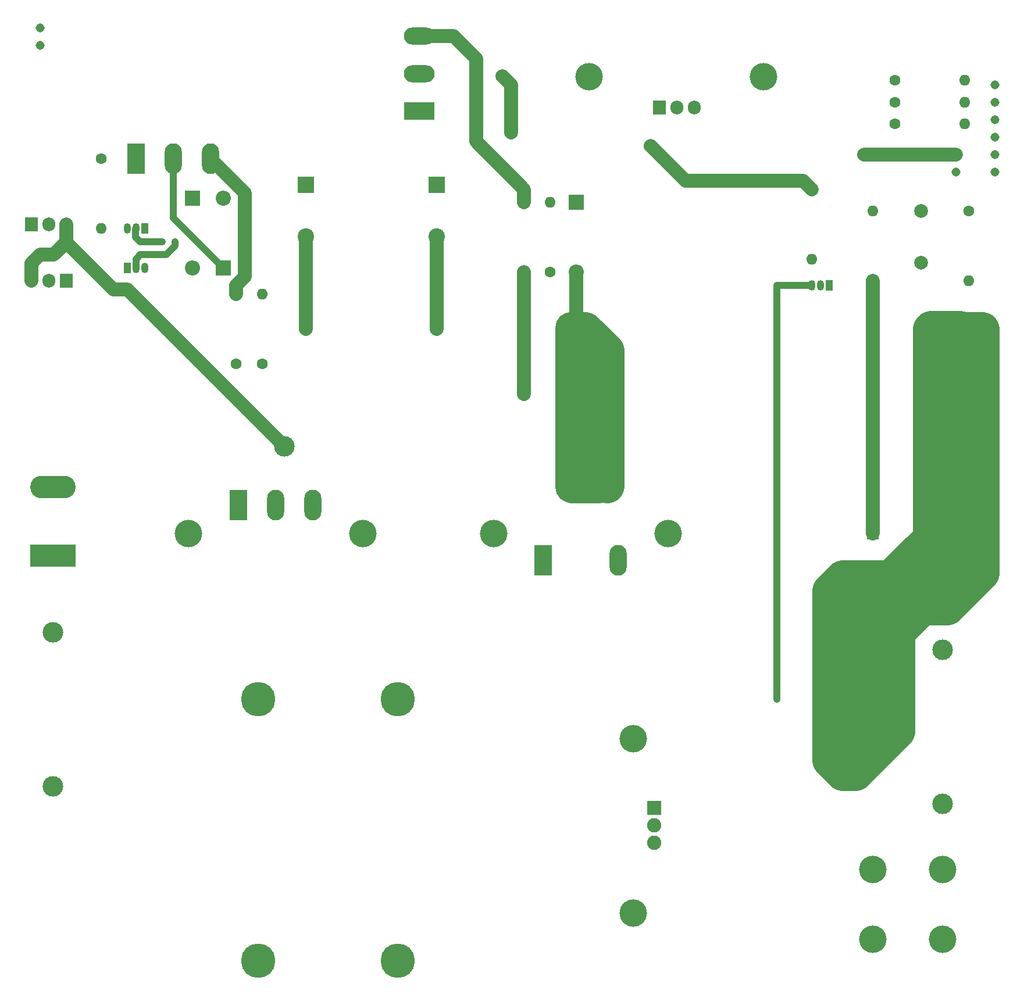
<source format=gbr>
%TF.GenerationSoftware,KiCad,Pcbnew,(5.1.7)-1*%
%TF.CreationDate,2020-10-24T22:07:25+02:00*%
%TF.ProjectId,dcconverter,6463636f-6e76-4657-9274-65722e6b6963,rev?*%
%TF.SameCoordinates,Original*%
%TF.FileFunction,Copper,L1,Top*%
%TF.FilePolarity,Positive*%
%FSLAX46Y46*%
G04 Gerber Fmt 4.6, Leading zero omitted, Abs format (unit mm)*
G04 Created by KiCad (PCBNEW (5.1.7)-1) date 2020-10-24 22:07:25*
%MOMM*%
%LPD*%
G01*
G04 APERTURE LIST*
%TA.AperFunction,ComponentPad*%
%ADD10C,5.000000*%
%TD*%
%TA.AperFunction,ComponentPad*%
%ADD11C,2.400000*%
%TD*%
%TA.AperFunction,ComponentPad*%
%ADD12R,2.400000X2.400000*%
%TD*%
%TA.AperFunction,ComponentPad*%
%ADD13C,4.000000*%
%TD*%
%TA.AperFunction,ComponentPad*%
%ADD14O,1.905000X2.000000*%
%TD*%
%TA.AperFunction,ComponentPad*%
%ADD15R,1.905000X2.000000*%
%TD*%
%TA.AperFunction,ComponentPad*%
%ADD16C,1.310000*%
%TD*%
%TA.AperFunction,ComponentPad*%
%ADD17R,1.800000X1.800000*%
%TD*%
%TA.AperFunction,ComponentPad*%
%ADD18C,1.800000*%
%TD*%
%TA.AperFunction,ComponentPad*%
%ADD19C,2.000000*%
%TD*%
%TA.AperFunction,ComponentPad*%
%ADD20R,2.500000X4.500000*%
%TD*%
%TA.AperFunction,ComponentPad*%
%ADD21O,2.500000X4.500000*%
%TD*%
%TA.AperFunction,ComponentPad*%
%ADD22R,2.200000X2.200000*%
%TD*%
%TA.AperFunction,ComponentPad*%
%ADD23O,2.200000X2.200000*%
%TD*%
%TA.AperFunction,ComponentPad*%
%ADD24C,3.000000*%
%TD*%
%TA.AperFunction,ComponentPad*%
%ADD25R,6.600000X3.300000*%
%TD*%
%TA.AperFunction,ComponentPad*%
%ADD26O,6.600000X3.300000*%
%TD*%
%TA.AperFunction,ComponentPad*%
%ADD27R,2.085000X2.085000*%
%TD*%
%TA.AperFunction,ComponentPad*%
%ADD28C,2.085000*%
%TD*%
%TA.AperFunction,ComponentPad*%
%ADD29R,4.500000X2.500000*%
%TD*%
%TA.AperFunction,ComponentPad*%
%ADD30O,4.500000X2.500000*%
%TD*%
%TA.AperFunction,ComponentPad*%
%ADD31R,1.050000X1.500000*%
%TD*%
%TA.AperFunction,ComponentPad*%
%ADD32O,1.050000X1.500000*%
%TD*%
%TA.AperFunction,ComponentPad*%
%ADD33C,1.600000*%
%TD*%
%TA.AperFunction,ComponentPad*%
%ADD34O,1.600000X1.600000*%
%TD*%
%TA.AperFunction,ViaPad*%
%ADD35C,5.000000*%
%TD*%
%TA.AperFunction,ViaPad*%
%ADD36C,2.000000*%
%TD*%
%TA.AperFunction,ViaPad*%
%ADD37C,3.000000*%
%TD*%
%TA.AperFunction,ViaPad*%
%ADD38C,1.000000*%
%TD*%
%TA.AperFunction,Conductor*%
%ADD39C,2.000000*%
%TD*%
%TA.AperFunction,Conductor*%
%ADD40C,5.000000*%
%TD*%
%TA.AperFunction,Conductor*%
%ADD41C,1.000000*%
%TD*%
G04 APERTURE END LIST*
D10*
%TO.P,L1,3*%
%TO.N,Net-(L1-Pad2)*%
X55880000Y-123825000D03*
%TO.P,L1,1*%
%TO.N,Net-(D1-Pad1)*%
X55880000Y-161925000D03*
%TO.P,L1,4*%
%TO.N,Net-(C1-Pad1)*%
X76200000Y-123825000D03*
%TO.P,L1,2*%
%TO.N,Net-(L1-Pad2)*%
X76200000Y-161925000D03*
%TD*%
D11*
%TO.P,C4,2*%
%TO.N,Net-(C1-Pad2)*%
X62865000Y-56395000D03*
D12*
%TO.P,C4,1*%
%TO.N,Net-(C4-Pad1)*%
X62865000Y-48895000D03*
%TD*%
D11*
%TO.P,C3,2*%
%TO.N,Net-(C1-Pad2)*%
X81915000Y-56395000D03*
D12*
%TO.P,C3,1*%
%TO.N,Net-(C3-Pad1)*%
X81915000Y-48895000D03*
%TD*%
D13*
%TO.P,HS-Q1,1*%
%TO.N,Net-(HS-Q1-Pad1)*%
X45720000Y-99695000D03*
X71120000Y-99695000D03*
%TD*%
D14*
%TO.P,Q8,3*%
%TO.N,Net-(Q1-Pad3)*%
X22860000Y-62865000D03*
%TO.P,Q8,2*%
%TO.N,Net-(Q5-Pad3)*%
X25400000Y-62865000D03*
D15*
%TO.P,Q8,1*%
%TO.N,Net-(C1-Pad2)*%
X27940000Y-62865000D03*
%TD*%
D16*
%TO.P,J5,2*%
%TO.N,Net-(IC1-Pad3)*%
X157480000Y-44450000D03*
%TO.P,J5,1*%
%TO.N,Net-(C1-Pad2)*%
X157480000Y-46990000D03*
%TD*%
%TO.P,J4,2*%
%TO.N,Net-(IC1-Pad3)*%
X24130000Y-26035000D03*
%TO.P,J4,1*%
%TO.N,Net-(C1-Pad2)*%
X24130000Y-28575000D03*
%TD*%
D17*
%TO.P,C1,1*%
%TO.N,Net-(C1-Pad1)*%
X145415000Y-99695000D03*
D18*
%TO.P,C1,2*%
%TO.N,Net-(C1-Pad2)*%
X157915000Y-99695000D03*
%TD*%
D19*
%TO.P,C2,1*%
%TO.N,Net-(C2-Pad1)*%
X152400000Y-52705000D03*
%TO.P,C2,2*%
%TO.N,Net-(C1-Pad2)*%
X152400000Y-60205000D03*
%TD*%
D20*
%TO.P,D1,1*%
%TO.N,Net-(D1-Pad1)*%
X97400000Y-103555000D03*
D21*
%TO.P,D1,2*%
%TO.N,Net-(C1-Pad2)*%
X108300000Y-103555000D03*
%TD*%
D22*
%TO.P,D2,1*%
%TO.N,Net-(D2-Pad1)*%
X102235000Y-51435000D03*
D23*
%TO.P,D2,2*%
%TO.N,Net-(C1-Pad2)*%
X102235000Y-61595000D03*
%TD*%
D22*
%TO.P,D3,1*%
%TO.N,Net-(D3-Pad1)*%
X50800000Y-60960000D03*
D23*
%TO.P,D3,2*%
%TO.N,Net-(D3-Pad2)*%
X50800000Y-50800000D03*
%TD*%
%TO.P,D4,2*%
%TO.N,Net-(C1-Pad2)*%
X46355000Y-60960000D03*
D22*
%TO.P,D4,1*%
%TO.N,Net-(D3-Pad2)*%
X46355000Y-50800000D03*
%TD*%
D24*
%TO.P,F1,2*%
%TO.N,Net-(F1-Pad2)*%
X26035000Y-114025000D03*
%TO.P,F1,1*%
%TO.N,Net-(F1-Pad1)*%
X26035000Y-136525000D03*
%TD*%
%TO.P,F2,1*%
%TO.N,Net-(F2-Pad1)*%
X155575000Y-139065000D03*
%TO.P,F2,2*%
%TO.N,Net-(F2-Pad2)*%
X155575000Y-116565000D03*
%TD*%
D13*
%TO.P,HS-D1,1*%
%TO.N,Net-(HS-D1-Pad1)*%
X90170000Y-99695000D03*
X115570000Y-99695000D03*
%TD*%
%TO.P,HS-IC1,1*%
%TO.N,Net-(HS-IC1-Pad1)*%
X129515001Y-33090001D03*
X104115001Y-33090001D03*
%TD*%
%TO.P,HS-Q2,1*%
%TO.N,Net-(HS-Q2-Pad1)*%
X110490000Y-154940000D03*
X110490000Y-129540000D03*
%TD*%
D15*
%TO.P,IC1,1*%
%TO.N,Net-(C3-Pad1)*%
X114300000Y-37600000D03*
D14*
%TO.P,IC1,2*%
%TO.N,Net-(C1-Pad2)*%
X116840000Y-37600000D03*
%TO.P,IC1,3*%
%TO.N,Net-(IC1-Pad3)*%
X119380000Y-37600000D03*
%TD*%
D25*
%TO.P,J1,1*%
%TO.N,Net-(F1-Pad2)*%
X26035000Y-102870000D03*
D26*
%TO.P,J1,2*%
%TO.N,Net-(C1-Pad2)*%
X26035000Y-92870000D03*
%TD*%
D16*
%TO.P,J2,1*%
%TO.N,Net-(C1-Pad2)*%
X163195000Y-46990000D03*
%TO.P,J2,2*%
%TO.N,Net-(IC1-Pad3)*%
X163195000Y-44450000D03*
%TO.P,J2,3*%
%TO.N,Net-(C2-Pad1)*%
X163195000Y-41910000D03*
%TO.P,J2,4*%
%TO.N,Net-(J2-Pad4)*%
X163195000Y-39370000D03*
%TO.P,J2,5*%
%TO.N,Net-(J2-Pad5)*%
X163195000Y-36830000D03*
%TO.P,J2,6*%
%TO.N,Net-(J2-Pad6)*%
X163195000Y-34290000D03*
%TD*%
D13*
%TO.P,J3,1*%
%TO.N,Net-(F2-Pad1)*%
X145415000Y-148590000D03*
X155575000Y-148590000D03*
%TO.P,J3,2*%
%TO.N,Net-(C1-Pad2)*%
X155575000Y-158750000D03*
X145415000Y-158750000D03*
%TD*%
D20*
%TO.P,Q1,1*%
%TO.N,Net-(F1-Pad1)*%
X52990000Y-95485000D03*
D21*
%TO.P,Q1,2*%
%TO.N,Net-(D1-Pad1)*%
X58440000Y-95485000D03*
%TO.P,Q1,3*%
%TO.N,Net-(Q1-Pad3)*%
X63890000Y-95485000D03*
%TD*%
D27*
%TO.P,Q2,1*%
%TO.N,Net-(Q10-Pad3)*%
X113560000Y-139640000D03*
D28*
%TO.P,Q2,2*%
%TO.N,Net-(F2-Pad2)*%
X113560000Y-142180000D03*
%TO.P,Q2,3*%
%TO.N,Net-(C1-Pad1)*%
X113560000Y-144720000D03*
%TD*%
D29*
%TO.P,Q3,1*%
%TO.N,Net-(C3-Pad1)*%
X79375000Y-38100000D03*
D30*
%TO.P,Q3,2*%
%TO.N,Net-(D2-Pad1)*%
X79375000Y-32650000D03*
%TO.P,Q3,3*%
%TO.N,Net-(Q3-Pad3)*%
X79375000Y-27200000D03*
%TD*%
D21*
%TO.P,Q4,3*%
%TO.N,Net-(Q4-Pad3)*%
X49000000Y-45085000D03*
%TO.P,Q4,2*%
%TO.N,Net-(D3-Pad1)*%
X43550000Y-45085000D03*
D20*
%TO.P,Q4,1*%
%TO.N,Net-(C4-Pad1)*%
X38100000Y-45085000D03*
%TD*%
D31*
%TO.P,Q5,1*%
%TO.N,Net-(Q5-Pad1)*%
X39370000Y-55245000D03*
D32*
%TO.P,Q5,3*%
%TO.N,Net-(Q5-Pad3)*%
X36830000Y-55245000D03*
%TO.P,Q5,2*%
%TO.N,Net-(Q5-Pad2)*%
X38100000Y-55245000D03*
%TD*%
%TO.P,Q6,2*%
%TO.N,Net-(Q6-Pad2)*%
X38100000Y-60960000D03*
%TO.P,Q6,3*%
%TO.N,Net-(Q5-Pad1)*%
X39370000Y-60960000D03*
D31*
%TO.P,Q6,1*%
%TO.N,Net-(C1-Pad2)*%
X36830000Y-60960000D03*
%TD*%
D15*
%TO.P,Q7,1*%
%TO.N,Net-(Q5-Pad3)*%
X22860000Y-54610000D03*
D14*
%TO.P,Q7,2*%
%TO.N,Net-(C4-Pad1)*%
X25400000Y-54610000D03*
%TO.P,Q7,3*%
%TO.N,Net-(Q1-Pad3)*%
X27940000Y-54610000D03*
%TD*%
D32*
%TO.P,Q10,2*%
%TO.N,Net-(Q10-Pad2)*%
X137795000Y-63500000D03*
%TO.P,Q10,3*%
%TO.N,Net-(Q10-Pad3)*%
X136525000Y-63500000D03*
D31*
%TO.P,Q10,1*%
%TO.N,Net-(C1-Pad2)*%
X139065000Y-63500000D03*
%TD*%
D33*
%TO.P,R1,1*%
%TO.N,Net-(C1-Pad1)*%
X145415000Y-62865000D03*
D34*
%TO.P,R1,2*%
%TO.N,Net-(C2-Pad1)*%
X145415000Y-52705000D03*
%TD*%
%TO.P,R2,2*%
%TO.N,Net-(C1-Pad2)*%
X159385000Y-62865000D03*
D33*
%TO.P,R2,1*%
%TO.N,Net-(C2-Pad1)*%
X159385000Y-52705000D03*
%TD*%
D34*
%TO.P,R3,2*%
%TO.N,Net-(D2-Pad1)*%
X98425000Y-51435000D03*
D33*
%TO.P,R3,1*%
%TO.N,Net-(F1-Pad1)*%
X98425000Y-61595000D03*
%TD*%
%TO.P,R4,1*%
%TO.N,Net-(F1-Pad1)*%
X94615000Y-61595000D03*
D34*
%TO.P,R4,2*%
%TO.N,Net-(Q3-Pad3)*%
X94615000Y-51435000D03*
%TD*%
D33*
%TO.P,R5,1*%
%TO.N,Net-(F1-Pad1)*%
X56515000Y-74930000D03*
D34*
%TO.P,R5,2*%
%TO.N,Net-(D3-Pad1)*%
X56515000Y-64770000D03*
%TD*%
%TO.P,R6,2*%
%TO.N,Net-(Q4-Pad3)*%
X52705000Y-64770000D03*
D33*
%TO.P,R6,1*%
%TO.N,Net-(F1-Pad1)*%
X52705000Y-74930000D03*
%TD*%
%TO.P,R7,1*%
%TO.N,Net-(Q5-Pad2)*%
X148590000Y-40005000D03*
D34*
%TO.P,R7,2*%
%TO.N,Net-(J2-Pad4)*%
X158750000Y-40005000D03*
%TD*%
%TO.P,R8,2*%
%TO.N,Net-(J2-Pad5)*%
X158750000Y-36830000D03*
D33*
%TO.P,R8,1*%
%TO.N,Net-(Q6-Pad2)*%
X148590000Y-36830000D03*
%TD*%
%TO.P,R9,1*%
%TO.N,Net-(C4-Pad1)*%
X33020000Y-45085000D03*
D34*
%TO.P,R9,2*%
%TO.N,Net-(Q5-Pad3)*%
X33020000Y-55245000D03*
%TD*%
%TO.P,R10,2*%
%TO.N,Net-(Q10-Pad3)*%
X136525000Y-59690000D03*
D33*
%TO.P,R10,1*%
%TO.N,Net-(C3-Pad1)*%
X136525000Y-49530000D03*
%TD*%
%TO.P,R11,1*%
%TO.N,Net-(Q10-Pad2)*%
X148590000Y-33655000D03*
D34*
%TO.P,R11,2*%
%TO.N,Net-(J2-Pad6)*%
X158750000Y-33655000D03*
%TD*%
D35*
%TO.N,Net-(C1-Pad2)*%
X142875000Y-134620000D03*
X157915000Y-69650000D03*
X101600000Y-92710000D03*
X101600000Y-69850000D03*
D36*
X62865000Y-69850000D03*
X81915000Y-69850000D03*
D35*
X154305000Y-73660000D03*
X105410000Y-73660000D03*
X106680000Y-92710000D03*
X146685000Y-130810000D03*
D36*
%TO.N,Net-(C3-Pad1)*%
X113030000Y-43180000D03*
%TO.N,Net-(D2-Pad1)*%
X92710000Y-41275000D03*
X91440000Y-33020000D03*
%TO.N,Net-(F1-Pad1)*%
X94615000Y-79375000D03*
%TO.N,Net-(IC1-Pad3)*%
X144145000Y-44450000D03*
D37*
%TO.N,Net-(Q1-Pad3)*%
X59690000Y-86995000D03*
D38*
%TO.N,Net-(Q10-Pad3)*%
X131445000Y-123825000D03*
%TO.N,Net-(Q5-Pad2)*%
X41910000Y-57150000D03*
%TO.N,Net-(Q6-Pad2)*%
X43815000Y-57150000D03*
%TD*%
D39*
%TO.N,Net-(C1-Pad1)*%
X145415000Y-99695000D02*
X145415000Y-62865000D01*
D40*
%TO.N,Net-(C1-Pad2)*%
X142875000Y-114735000D02*
X142875000Y-134620000D01*
X142875000Y-134620000D02*
X142875000Y-134620000D01*
X157915000Y-99695000D02*
X157915000Y-69650000D01*
X157915000Y-69650000D02*
X157915000Y-69650000D01*
X101600000Y-92710000D02*
X101600000Y-69850000D01*
X101600000Y-69850000D02*
X101600000Y-69850000D01*
D39*
X62865000Y-56395000D02*
X62865000Y-69850000D01*
X62865000Y-69850000D02*
X62865000Y-69850000D01*
X81915000Y-56395000D02*
X81915000Y-69850000D01*
X81915000Y-69850000D02*
X81915000Y-69850000D01*
X102235000Y-69215000D02*
X101600000Y-69850000D01*
X102235000Y-61595000D02*
X102235000Y-69215000D01*
D40*
X101600000Y-92710000D02*
X105410000Y-92710000D01*
X105410000Y-92710000D02*
X105410000Y-71755000D01*
X142875000Y-134620000D02*
X140970000Y-134620000D01*
X140970000Y-134620000D02*
X139065000Y-132715000D01*
X139065000Y-132715000D02*
X139065000Y-114935000D01*
X153670000Y-100330000D02*
X153670000Y-69850000D01*
X153870000Y-69650000D02*
X153670000Y-69850000D01*
X157915000Y-69650000D02*
X153870000Y-69650000D01*
X103505000Y-69850000D02*
X105410000Y-71755000D01*
X101600000Y-69850000D02*
X103505000Y-69850000D01*
X106680000Y-74930000D02*
X105410000Y-73660000D01*
X106680000Y-92710000D02*
X106680000Y-74930000D01*
X106680000Y-73025000D02*
X105410000Y-71755000D01*
X106680000Y-92710000D02*
X106680000Y-73025000D01*
X142875000Y-134620000D02*
X146685000Y-130810000D01*
X146685000Y-113030000D02*
X145632500Y-111977500D01*
X146685000Y-130810000D02*
X146685000Y-113030000D01*
X145632500Y-111977500D02*
X142875000Y-114735000D01*
X157915000Y-99695000D02*
X145632500Y-111977500D01*
X145632500Y-111977500D02*
X149007500Y-111977500D01*
X157915000Y-103070000D02*
X157915000Y-99695000D01*
X149007500Y-111977500D02*
X157915000Y-103070000D01*
X149007500Y-128487500D02*
X146685000Y-130810000D01*
X157915000Y-103070000D02*
X161290000Y-99695000D01*
X161290000Y-99695000D02*
X161290000Y-73025000D01*
X161290000Y-73025000D02*
X157915000Y-69650000D01*
X161290000Y-99695000D02*
X161290000Y-105410000D01*
X161290000Y-105410000D02*
X156210000Y-110490000D01*
X150495000Y-110490000D02*
X149007500Y-111977500D01*
X152600000Y-110490000D02*
X149007500Y-114082500D01*
X153670000Y-110490000D02*
X152600000Y-110490000D01*
X149007500Y-114082500D02*
X149007500Y-128487500D01*
X149007500Y-111977500D02*
X149007500Y-114082500D01*
X156210000Y-110490000D02*
X153670000Y-110490000D01*
X153670000Y-110490000D02*
X150495000Y-110490000D01*
X147955000Y-106045000D02*
X140970000Y-106045000D01*
X139065000Y-114935000D02*
X147955000Y-106045000D01*
X147955000Y-106045000D02*
X153670000Y-100330000D01*
X140970000Y-106045000D02*
X140970000Y-106680000D01*
X139065000Y-108585000D02*
X139065000Y-114935000D01*
X140970000Y-106680000D02*
X139065000Y-108585000D01*
X139065000Y-107950000D02*
X140970000Y-106045000D01*
X139065000Y-108585000D02*
X139065000Y-107950000D01*
X161290000Y-73025000D02*
X161290000Y-69850000D01*
X158115000Y-69850000D02*
X157915000Y-69650000D01*
X161290000Y-69850000D02*
X158115000Y-69850000D01*
D39*
%TO.N,Net-(C3-Pad1)*%
X135255000Y-48260000D02*
X136525000Y-49530000D01*
X118110000Y-48260000D02*
X135255000Y-48260000D01*
X113030000Y-43180000D02*
X118110000Y-48260000D01*
%TO.N,Net-(D2-Pad1)*%
X92710000Y-41275000D02*
X92710000Y-35560000D01*
X92710000Y-35560000D02*
X92710000Y-34290000D01*
X92710000Y-34290000D02*
X91440000Y-33020000D01*
X91440000Y-33020000D02*
X91440000Y-33020000D01*
D41*
%TO.N,Net-(D3-Pad1)*%
X43550000Y-53710000D02*
X43550000Y-45085000D01*
X50800000Y-60960000D02*
X43550000Y-53710000D01*
D39*
%TO.N,Net-(F1-Pad1)*%
X94615000Y-61595000D02*
X94615000Y-79375000D01*
X94615000Y-79375000D02*
X94615000Y-79375000D01*
%TO.N,Net-(IC1-Pad3)*%
X157480000Y-44450000D02*
X144145000Y-44450000D01*
X144145000Y-44450000D02*
X144145000Y-44450000D01*
%TO.N,Net-(Q1-Pad3)*%
X27940000Y-57233392D02*
X26118392Y-59055000D01*
X27940000Y-54610000D02*
X27940000Y-57233392D01*
X26118392Y-59055000D02*
X24130000Y-59055000D01*
X22860000Y-60325000D02*
X22860000Y-62865000D01*
X24130000Y-59055000D02*
X22860000Y-60325000D01*
X34841608Y-64135000D02*
X27940000Y-57233392D01*
X36830000Y-64135000D02*
X34841608Y-64135000D01*
X59690000Y-86995000D02*
X36830000Y-64135000D01*
D41*
%TO.N,Net-(Q10-Pad3)*%
X131445000Y-63500000D02*
X136525000Y-63500000D01*
X131445000Y-63500000D02*
X131445000Y-123825000D01*
X131445000Y-123825000D02*
X131445000Y-123825000D01*
D39*
%TO.N,Net-(Q3-Pad3)*%
X84350000Y-27200000D02*
X79375000Y-27200000D01*
X87630000Y-42545000D02*
X87630000Y-30480000D01*
X94615000Y-49530000D02*
X87630000Y-42545000D01*
X87630000Y-30480000D02*
X84350000Y-27200000D01*
X94615000Y-51435000D02*
X94615000Y-49530000D01*
%TO.N,Net-(Q4-Pad3)*%
X53975000Y-50060000D02*
X49000000Y-45085000D01*
X53975000Y-62230000D02*
X53975000Y-50060000D01*
X52705000Y-63500000D02*
X53975000Y-62230000D01*
X52705000Y-64770000D02*
X52705000Y-63500000D01*
D41*
%TO.N,Net-(Q5-Pad2)*%
X38055010Y-55289990D02*
X38055010Y-56470010D01*
X38100000Y-55245000D02*
X38055010Y-55289990D01*
X38055010Y-56470010D02*
X38735000Y-57150000D01*
X38735000Y-57150000D02*
X41910000Y-57150000D01*
X41910000Y-57150000D02*
X41910000Y-57150000D01*
%TO.N,Net-(Q6-Pad2)*%
X38100000Y-60960000D02*
X38100000Y-59690000D01*
X38100000Y-59690000D02*
X38280010Y-59509990D01*
X38280010Y-59509990D02*
X38735000Y-59055000D01*
X38735000Y-59055000D02*
X39422425Y-59055000D01*
X39422425Y-59055000D02*
X41910000Y-59055000D01*
X41910000Y-59055000D02*
X41910000Y-59055000D01*
X41910000Y-59055000D02*
X42545000Y-59055000D01*
X42545000Y-59055000D02*
X43815000Y-57785000D01*
X43815000Y-57785000D02*
X43815000Y-57150000D01*
X43815000Y-57150000D02*
X43815000Y-57150000D01*
%TD*%
M02*

</source>
